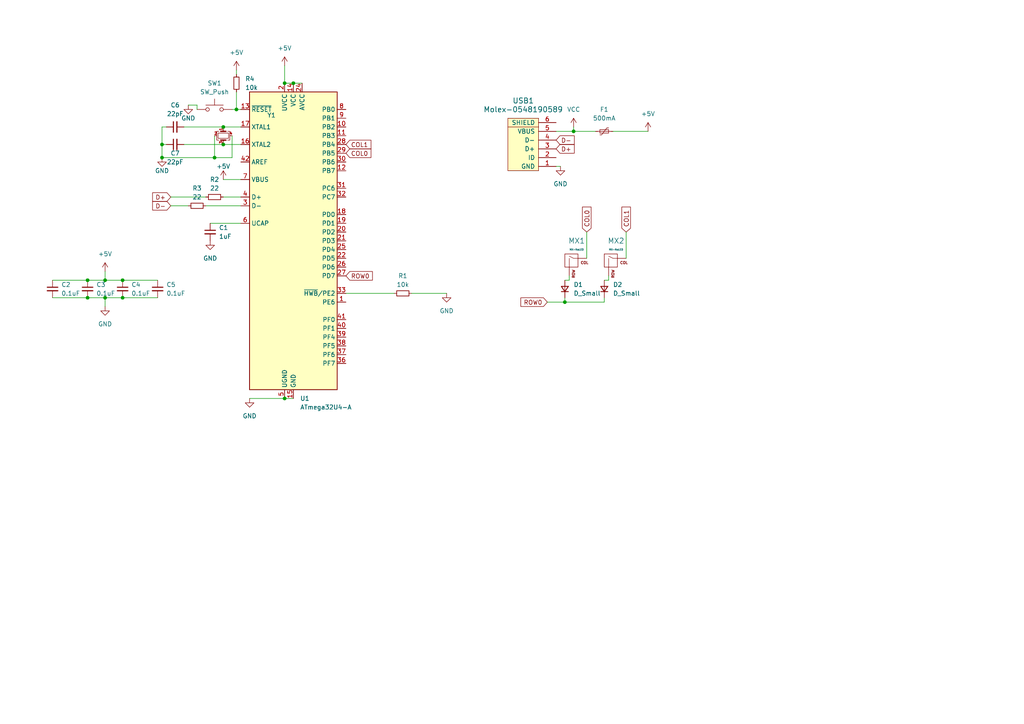
<source format=kicad_sch>
(kicad_sch (version 20230121) (generator eeschema)
  (paper "A4")
  (lib_symbols
    (symbol "Device:C_Small" (pin_numbers hide) (pin_names (offset 0.254) hide)
      (property "Reference" "C" (at 0.254 1.778 0))
      (property "Value" "C_Small" (at 0.254 -2.032 0))
      (symbol "C_Small_0_1"
        (polyline (pts (xy -1.524 -0.508) (xy 1.524 -0.508)) (stroke (width 0.3302)))
        (polyline (pts (xy -1.524 0.508) (xy 1.524 0.508)) (stroke (width 0.3048)))
      )
      (symbol "C_Small_1_1"
        (pin passive line (at 0 2.54 270) (length 2.032) (name "~") (number "1"))
        (pin passive line (at 0 -2.54 90) (length 2.032) (name "~") (number "2"))
      )
    )
    (symbol "Device:Crystal_GND24_Small" (pin_names (offset 1.016) hide)
      (property "Reference" "Y" (at 1.27 4.445 0))
      (property "Value" "Crystal_GND24_Small" (at 1.27 2.54 0))
      (symbol "Crystal_GND24_Small_0_1"
        (rectangle (start -0.762 -1.524) (end 0.762 1.524))
        (polyline (pts (xy -1.27 -0.762) (xy -1.27 0.762)) (stroke (width 0.381)))
        (polyline (pts (xy 1.27 -0.762) (xy 1.27 0.762)) (stroke (width 0.381)))
        (polyline (pts (xy -1.27 -1.27) (xy -1.27 -1.905) (xy 1.27 -1.905) (xy 1.27 -1.27)))
        (polyline (pts (xy -1.27 1.27) (xy -1.27 1.905) (xy 1.27 1.905) (xy 1.27 1.27)))
      )
      (symbol "Crystal_GND24_Small_1_1"
        (pin passive line (at -2.54 0 0) (length 1.27) (name "1") (number "1"))
        (pin passive line (at 0 -2.54 90) (length 0.635) (name "2") (number "2"))
        (pin passive line (at 2.54 0 180) (length 1.27) (name "3") (number "3"))
        (pin passive line (at 0 2.54 270) (length 0.635) (name "4") (number "4"))
      )
    )
    (symbol "Device:D_Small" (pin_numbers hide) (pin_names (offset 0.254) hide)
      (property "Reference" "D" (at -1.27 2.032 0))
      (property "Value" "D_Small" (at -3.81 -2.032 0))
      (symbol "D_Small_0_1"
        (polyline (pts (xy -0.762 -1.016) (xy -0.762 1.016)) (stroke (width 0.254)))
        (polyline (pts (xy -0.762 0) (xy 0.762 0)))
        (polyline (pts (xy 0.762 -1.016) (xy -0.762 0) (xy 0.762 1.016) (xy 0.762 -1.016)) (stroke (width 0.254)))
      )
      (symbol "D_Small_1_1"
        (pin passive line (at -2.54 0 0) (length 1.778) (name "K") (number "1"))
        (pin passive line (at 2.54 0 180) (length 1.778) (name "A") (number "2"))
      )
    )
    (symbol "Device:Polyfuse_Small" (pin_numbers hide) (pin_names (offset 0))
      (property "Reference" "F" (at -1.905 0 90))
      (property "Value" "Polyfuse_Small" (at 1.905 0 90))
      (symbol "Polyfuse_Small_0_1"
        (rectangle (start -0.508 1.27) (end 0.508 -1.27))
        (polyline (pts (xy 0 2.54) (xy 0 -2.54)))
        (polyline (pts (xy -1.016 1.27) (xy -1.016 0.762) (xy 1.016 -0.762) (xy 1.016 -1.27)))
      )
      (symbol "Polyfuse_Small_1_1"
        (pin passive line (at 0 2.54 270) (length 0.635) (name "~") (number "1"))
        (pin passive line (at 0 -2.54 90) (length 0.635) (name "~") (number "2"))
      )
    )
    (symbol "Device:R_Small" (pin_numbers hide) (pin_names (offset 0.254) hide)
      (property "Reference" "R" (at 0.762 0.508 0))
      (property "Value" "R_Small" (at 0.762 -1.016 0))
      (symbol "R_Small_0_1"
        (rectangle (start -0.762 1.778) (end 0.762 -1.778) (stroke (width 0.2032)))
      )
      (symbol "R_Small_1_1"
        (pin passive line (at 0 2.54 270) (length 0.762) (name "~") (number "1"))
        (pin passive line (at 0 -2.54 90) (length 0.762) (name "~") (number "2"))
      )
    )
    (symbol "MCU_Microchip_ATmega:ATmega32U4-A"
      (property "Reference" "U" (at -12.7 44.45 0))
      (property "Value" "ATmega32U4-A" (at 2.54 -44.45 0))
      (symbol "ATmega32U4-A_0_1"
        (rectangle (start -12.7 -43.18) (end 12.7 43.18) (stroke (width 0.254)) (fill (type background)))
      )
      (symbol "ATmega32U4-A_1_1"
        (pin bidirectional line (at 15.24 -17.78 180) (length 2.54) (name "PE6") (number "1"))
        (pin bidirectional line (at 15.24 33.02 180) (length 2.54) (name "PB2") (number "10"))
        (pin bidirectional line (at 15.24 30.48 180) (length 2.54) (name "PB3") (number "11"))
        (pin bidirectional line (at 15.24 20.32 180) (length 2.54) (name "PB7") (number "12"))
        (pin input line (at -15.24 38.1 0) (length 2.54) (name "~{RESET}") (number "13"))
        (pin power_in line (at 0 45.72 270) (length 2.54) (name "VCC") (number "14"))
        (pin power_in line (at 0 -45.72 90) (length 2.54) (name "GND") (number "15"))
        (pin output line (at -15.24 27.94 0) (length 2.54) (name "XTAL2") (number "16"))
        (pin input line (at -15.24 33.02 0) (length 2.54) (name "XTAL1") (number "17"))
        (pin bidirectional line (at 15.24 7.62 180) (length 2.54) (name "PD0") (number "18"))
        (pin bidirectional line (at 15.24 5.08 180) (length 2.54) (name "PD1") (number "19"))
        (pin power_in line (at -2.54 45.72 270) (length 2.54) (name "UVCC") (number "2"))
        (pin bidirectional line (at 15.24 2.54 180) (length 2.54) (name "PD2") (number "20"))
        (pin bidirectional line (at 15.24 0 180) (length 2.54) (name "PD3") (number "21"))
        (pin bidirectional line (at 15.24 -5.08 180) (length 2.54) (name "PD5") (number "22"))
        (pin passive line (at 0 -45.72 90) (length 2.54) hide (name "GND") (number "23"))
        (pin power_in line (at 2.54 45.72 270) (length 2.54) (name "AVCC") (number "24"))
        (pin bidirectional line (at 15.24 -2.54 180) (length 2.54) (name "PD4") (number "25"))
        (pin bidirectional line (at 15.24 -7.62 180) (length 2.54) (name "PD6") (number "26"))
        (pin bidirectional line (at 15.24 -10.16 180) (length 2.54) (name "PD7") (number "27"))
        (pin bidirectional line (at 15.24 27.94 180) (length 2.54) (name "PB4") (number "28"))
        (pin bidirectional line (at 15.24 25.4 180) (length 2.54) (name "PB5") (number "29"))
        (pin bidirectional line (at -15.24 10.16 0) (length 2.54) (name "D-") (number "3"))
        (pin bidirectional line (at 15.24 22.86 180) (length 2.54) (name "PB6") (number "30"))
        (pin bidirectional line (at 15.24 15.24 180) (length 2.54) (name "PC6") (number "31"))
        (pin bidirectional line (at 15.24 12.7 180) (length 2.54) (name "PC7") (number "32"))
        (pin bidirectional line (at 15.24 -15.24 180) (length 2.54) (name "~{HWB}/PE2") (number "33"))
        (pin passive line (at 0 45.72 270) (length 2.54) hide (name "VCC") (number "34"))
        (pin passive line (at 0 -45.72 90) (length 2.54) hide (name "GND") (number "35"))
        (pin bidirectional line (at 15.24 -35.56 180) (length 2.54) (name "PF7") (number "36"))
        (pin bidirectional line (at 15.24 -33.02 180) (length 2.54) (name "PF6") (number "37"))
        (pin bidirectional line (at 15.24 -30.48 180) (length 2.54) (name "PF5") (number "38"))
        (pin bidirectional line (at 15.24 -27.94 180) (length 2.54) (name "PF4") (number "39"))
        (pin bidirectional line (at -15.24 12.7 0) (length 2.54) (name "D+") (number "4"))
        (pin bidirectional line (at 15.24 -25.4 180) (length 2.54) (name "PF1") (number "40"))
        (pin bidirectional line (at 15.24 -22.86 180) (length 2.54) (name "PF0") (number "41"))
        (pin passive line (at -15.24 22.86 0) (length 2.54) (name "AREF") (number "42"))
        (pin passive line (at 0 -45.72 90) (length 2.54) hide (name "GND") (number "43"))
        (pin passive line (at 2.54 45.72 270) (length 2.54) hide (name "AVCC") (number "44"))
        (pin passive line (at -2.54 -45.72 90) (length 2.54) (name "UGND") (number "5"))
        (pin passive line (at -15.24 5.08 0) (length 2.54) (name "UCAP") (number "6"))
        (pin input line (at -15.24 17.78 0) (length 2.54) (name "VBUS") (number "7"))
        (pin bidirectional line (at 15.24 38.1 180) (length 2.54) (name "PB0") (number "8"))
        (pin bidirectional line (at 15.24 35.56 180) (length 2.54) (name "PB1") (number "9"))
      )
    )
    (symbol "MX_Alps_Hybrid:MX-NoLED" (pin_names (offset 1.016))
      (property "Reference" "MX" (at -0.635 3.81 0))
      (property "Value" "MX-NoLED" (at -0.635 1.27 0))
      (symbol "MX-NoLED_0_0"
        (rectangle (start -2.54 2.54) (end 1.27 -1.27))
        (polyline (pts (xy -1.27 -1.27) (xy -1.27 1.27)) (stroke (width 0.127)))
        (polyline (pts (xy 1.27 1.27) (xy 0 1.27) (xy -1.27 1.905)) (stroke (width 0.127)))
        (text "COL" (at 3.175 0 0) (effects (font (size 0.762 0.762))))
        (text "ROW" (at 0 -1.905 900) (effects (font (size 0.762 0.762)) (justify right)))
      )
      (symbol "MX-NoLED_1_1"
        (pin passive line (at 3.81 1.27 180) (length 2.54) (name "COL") (number "1"))
        (pin passive line (at -1.27 -3.81 90) (length 2.54) (name "ROW") (number "2"))
      )
    )
    (symbol "Switch:SW_Push" (pin_numbers hide) (pin_names (offset 1.016) hide)
      (property "Reference" "SW" (at 1.27 2.54 0))
      (property "Value" "SW_Push" (at 0 -1.524 0))
      (symbol "SW_Push_0_1"
        (circle (center -2.032 0) (radius 0.508))
        (polyline (pts (xy 0 1.27) (xy 0 3.048)))
        (polyline (pts (xy 2.54 1.27) (xy -2.54 1.27)))
        (circle (center 2.032 0) (radius 0.508))
        (pin passive line (at -5.08 0 0) (length 2.54) (name "1") (number "1"))
        (pin passive line (at 5.08 0 180) (length 2.54) (name "2") (number "2"))
      )
    )
    (symbol "power:+5V" (power) (pin_names (offset 0))
      (property "Value" "+5V" (at 0 3.556 0))
      (symbol "+5V_0_1"
        (polyline (pts (xy -0.762 1.27) (xy 0 2.54)))
        (polyline (pts (xy 0 0) (xy 0 2.54)))
        (polyline (pts (xy 0 2.54) (xy 0.762 1.27)))
      )
      (symbol "+5V_1_1"
        (pin power_in line (at 0 0 90) (length 0) hide (name "+5V") (number "1"))
      )
    )
    (symbol "power:GND" (power) (pin_names (offset 0))
      (property "Value" "GND" (at 0 -3.81 0))
      (symbol "GND_0_1"
        (polyline (pts (xy 0 0) (xy 0 -1.27) (xy 1.27 -1.27) (xy 0 -2.54) (xy -1.27 -1.27) (xy 0 -1.27)))
      )
      (symbol "GND_1_1"
        (pin power_in line (at 0 0 270) (length 0) hide (name "GND") (number "1"))
      )
    )
    (symbol "power:VCC" (power) (pin_names (offset 0))
      (property "Value" "VCC" (at 0 3.81 0))
      (symbol "VCC_0_1"
        (polyline (pts (xy -0.762 1.27) (xy 0 2.54)))
        (polyline (pts (xy 0 0) (xy 0 2.54)))
        (polyline (pts (xy 0 2.54) (xy 0.762 1.27)))
      )
      (symbol "VCC_1_1"
        (pin power_in line (at 0 0 90) (length 0) hide (name "VCC") (number "1"))
      )
    )
    (symbol "random-keyboard-parts:Molex-0548190589" (pin_names (offset 1.016))
      (property "Reference" "USB" (at 0 7.62 0))
      (property "Value" "Molex-0548190589" (at 0 10.16 0))
      (symbol "Molex-0548190589_0_0"
        (polyline (pts (xy 6.35 -2.54) (xy 6.35 6.35)))
        (rectangle (start 8.89 -2.54) (end -6.35 6.35) (fill (type background)))
      )
      (symbol "Molex-0548190589_1_1"
        (pin input line (at -5.08 -7.62 90) (length 5.08) (name "GND") (number "1"))
        (pin input line (at -2.54 -7.62 90) (length 5.08) (name "ID") (number "2"))
        (pin input line (at 0 -7.62 90) (length 5.08) (name "D+") (number "3"))
        (pin input line (at 2.54 -7.62 90) (length 5.08) (name "D-") (number "4"))
        (pin input line (at 5.08 -7.62 90) (length 5.08) (name "VBUS") (number "5"))
        (pin input line (at 7.62 -7.62 90) (length 5.08) (name "SHIELD") (number "6"))
      )
    )
  )
  (junction (at 166.37 38.1))
  (junction (at 25.4 86.36))
  (junction (at 82.55 115.57))
  (junction (at 25.4 81.28))
  (junction (at 62.23 45.72))
  (junction (at 64.77 36.83))
  (junction (at 85.09 24.13))
  (junction (at 68.58 31.75))
  (junction (at 82.55 24.13))
  (junction (at 64.77 41.91))
  (junction (at 30.48 81.28))
  (junction (at 30.48 86.36))
  (junction (at 35.56 81.28))
  (junction (at 35.56 86.36))
  (junction (at 46.99 45.72))
  (junction (at 163.83 87.63))
  (junction (at 46.99 41.91))
  (wire (pts (xy 53.34 41.91) (xy 64.77 41.91)))
  (wire (pts (xy 48.26 36.83) (xy 46.99 36.83)))
  (wire (pts (xy 161.29 38.1) (xy 166.37 38.1)))
  (wire (pts (xy 166.37 36.83) (xy 166.37 38.1)))
  (wire (pts (xy 170.18 67.31) (xy 170.18 74.93)))
  (wire (pts (xy 68.58 26.67) (xy 68.58 31.75)))
  (wire (pts (xy 85.09 24.13) (xy 87.63 24.13)))
  (wire (pts (xy 64.77 57.15) (xy 69.85 57.15)))
  (wire (pts (xy 30.48 78.74) (xy 30.48 81.28)))
  (wire (pts (xy 54.61 30.48) (xy 57.15 30.48)))
  (wire (pts (xy 60.96 64.77) (xy 69.85 64.77)))
  (wire (pts (xy 15.24 81.28) (xy 25.4 81.28)))
  (wire (pts (xy 57.15 30.48) (xy 57.15 31.75)))
  (wire (pts (xy 49.53 59.69) (xy 54.61 59.69)))
  (wire (pts (xy 177.8 38.1) (xy 187.96 38.1)))
  (wire (pts (xy 68.58 31.75) (xy 69.85 31.75)))
  (wire (pts (xy 35.56 81.28) (xy 45.72 81.28)))
  (wire (pts (xy 82.55 115.57) (xy 85.09 115.57)))
  (wire (pts (xy 15.24 86.36) (xy 25.4 86.36)))
  (wire (pts (xy 59.69 59.69) (xy 69.85 59.69)))
  (wire (pts (xy 176.53 80.01) (xy 176.53 81.28)))
  (wire (pts (xy 30.48 86.36) (xy 35.56 86.36)))
  (wire (pts (xy 46.99 45.72) (xy 62.23 45.72)))
  (wire (pts (xy 46.99 41.91) (xy 46.99 45.72)))
  (wire (pts (xy 53.34 36.83) (xy 64.77 36.83)))
  (wire (pts (xy 30.48 86.36) (xy 30.48 88.9)))
  (wire (pts (xy 68.58 20.32) (xy 68.58 21.59)))
  (wire (pts (xy 46.99 36.83) (xy 46.99 41.91)))
  (wire (pts (xy 72.39 115.57) (xy 82.55 115.57)))
  (wire (pts (xy 181.61 67.31) (xy 181.61 74.93)))
  (wire (pts (xy 100.33 85.09) (xy 114.3 85.09)))
  (wire (pts (xy 64.77 36.83) (xy 69.85 36.83)))
  (wire (pts (xy 64.77 52.07) (xy 69.85 52.07)))
  (wire (pts (xy 82.55 24.13) (xy 85.09 24.13)))
  (wire (pts (xy 163.83 87.63) (xy 175.26 87.63)))
  (wire (pts (xy 163.83 86.36) (xy 163.83 87.63)))
  (wire (pts (xy 82.55 19.05) (xy 82.55 24.13)))
  (wire (pts (xy 35.56 86.36) (xy 45.72 86.36)))
  (wire (pts (xy 25.4 86.36) (xy 30.48 86.36)))
  (wire (pts (xy 67.31 45.72) (xy 67.31 39.37)))
  (wire (pts (xy 158.75 87.63) (xy 163.83 87.63)))
  (wire (pts (xy 165.1 80.01) (xy 165.1 81.28)))
  (wire (pts (xy 67.31 31.75) (xy 68.58 31.75)))
  (wire (pts (xy 64.77 41.91) (xy 69.85 41.91)))
  (wire (pts (xy 62.23 39.37) (xy 62.23 45.72)))
  (wire (pts (xy 30.48 81.28) (xy 35.56 81.28)))
  (wire (pts (xy 163.83 81.28) (xy 165.1 81.28)))
  (wire (pts (xy 175.26 81.28) (xy 176.53 81.28)))
  (wire (pts (xy 161.29 48.26) (xy 162.56 48.26)))
  (wire (pts (xy 62.23 45.72) (xy 67.31 45.72)))
  (wire (pts (xy 119.38 85.09) (xy 129.54 85.09)))
  (wire (pts (xy 46.99 41.91) (xy 48.26 41.91)))
  (wire (pts (xy 166.37 38.1) (xy 172.72 38.1)))
  (wire (pts (xy 25.4 81.28) (xy 30.48 81.28)))
  (wire (pts (xy 175.26 86.36) (xy 175.26 87.63)))
  (wire (pts (xy 49.53 57.15) (xy 59.69 57.15)))
  (global_label "D+" (shape input) (at 161.29 43.18 0) (property "Intersheetrefs" "${INTERSHEET_REFS}" (effects hide)))
  (global_label "ROW0" (shape input) (at 100.33 80.01 0) (property "Intersheetrefs" "${INTERSHEET_REFS}" (effects hide)))
  (global_label "D-" (shape input) (at 161.29 40.64 0) (property "Intersheetrefs" "${INTERSHEET_REFS}" (effects hide)))
  (global_label "ROW0" (shape input) (at 158.75 87.63 180) (property "Intersheetrefs" "${INTERSHEET_REFS}" (effects hide)))
  (global_label "COL1" (shape input) (at 181.61 67.31 90) (property "Intersheetrefs" "${INTERSHEET_REFS}" (effects hide)))
  (global_label "COL0" (shape input) (at 100.33 44.45 0) (property "Intersheetrefs" "${INTERSHEET_REFS}" (effects hide)))
  (global_label "D-" (shape input) (at 49.53 59.69 180) (property "Intersheetrefs" "${INTERSHEET_REFS}" (effects hide)))
  (global_label "COL1" (shape input) (at 100.33 41.91 0) (property "Intersheetrefs" "${INTERSHEET_REFS}" (effects hide)))
  (global_label "COL0" (shape input) (at 170.18 67.31 90) (property "Intersheetrefs" "${INTERSHEET_REFS}" (effects hide)))
  (global_label "D+" (shape input) (at 49.53 57.15 180) (property "Intersheetrefs" "${INTERSHEET_REFS}" (effects hide)))
  (symbol (lib_id "Device:D_Small") (at 163.83 83.82 90) (unit 1)
    (property "Reference" "D1" (at 166.37 82.55 90) (effects (justify right)))
    (property "Value" "D_Small" (at 166.37 85.09 90) (effects (justify right)))
    (property "Footprint" "Diode_SMD:D_SOD-123" (effects hide))
    (property "Sim.Device" "D" (effects hide))
    (property "Sim.Pins" "1=K 2=A" (effects hide))
  )
  (symbol (lib_id "power:GND") (at 46.99 45.72 0) (unit 1)
    (property "Reference" "#PWR08" (effects hide))
    (property "Value" "GND" (at 46.99 49.53 0))
  )
  (symbol (lib_id "power:GND") (at 162.56 48.26 0) (unit 1)
    (property "Reference" "#PWR013" (effects hide))
    (property "Value" "GND" (at 162.56 53.34 0))
  )
  (symbol (lib_id "Device:C_Small") (at 35.56 83.82 0) (unit 1)
    (property "Reference" "C4" (at 38.1 82.5563 0) (effects (justify left)))
    (property "Value" "0.1uF" (at 38.1 85.0963 0) (effects (justify left)))
    (property "Footprint" "Capacitor_SMD:C_0805_2012Metric" (effects hide))
  )
  (symbol (lib_id "MCU_Microchip_ATmega:ATmega32U4-A") (at 85.09 69.85 0) (unit 1)
    (property "Reference" "U1" (at 87.0459 115.57 0) (effects (justify left)))
    (property "Value" "ATmega32U4-A" (at 87.0459 118.11 0) (effects (justify left)))
    (property "Footprint" "Package_QFP:TQFP-44_10x10mm_P0.8mm" (effects hide))
    (property "Datasheet" "http://ww1.microchip.com/downloads/en/DeviceDoc/Atmel-7766-8-bit-AVR-ATmega16U4-32U4_Datasheet.pdf" (effects hide))
  )
  (symbol (lib_id "Device:C_Small") (at 15.24 83.82 0) (unit 1)
    (property "Reference" "C2" (at 17.78 82.5563 0) (effects (justify left)))
    (property "Value" "0.1uF" (at 17.78 85.0963 0) (effects (justify left)))
    (property "Footprint" "Capacitor_SMD:C_0805_2012Metric" (effects hide))
  )
  (symbol (lib_id "Device:R_Small") (at 116.84 85.09 90) (unit 1)
    (property "Reference" "R1" (at 116.84 80.01 90))
    (property "Value" "10k" (at 116.84 82.55 90))
    (property "Footprint" "Resistor_SMD:R_0805_2012Metric" (effects hide))
  )
  (symbol (lib_id "power:+5V") (at 68.58 20.32 0) (unit 1)
    (property "Reference" "#PWR010" (effects hide))
    (property "Value" "+5V" (at 68.58 15.24 0))
  )
  (symbol (lib_id "MX_Alps_Hybrid:MX-NoLED") (at 166.37 76.2 0) (unit 1)
    (property "Reference" "MX1" (at 167.2532 69.85 0) (effects (font (size 1.524 1.524))))
    (property "Value" "MX-NoLED" (at 167.2532 72.39 0) (effects (font (size 0.508 0.508))))
    (property "Footprint" "MX_Alps_Hybrid:MX-1U-NoLED" (effects hide))
  )
  (symbol (lib_id "random-keyboard-parts:Molex-0548190589") (at 153.67 43.18 90) (unit 1)
    (property "Reference" "USB1" (at 151.765 29.21 90) (effects (font (size 1.524 1.524))))
    (property "Value" "Molex-0548190589" (at 151.765 31.75 90) (effects (font (size 1.524 1.524))))
    (property "Footprint" "random-keyboard-parts:Molex-0548190589" (effects hide))
  )
  (symbol (lib_id "power:+5V") (at 187.96 38.1 0) (unit 1)
    (property "Reference" "#PWR011" (effects hide))
    (property "Value" "+5V" (at 187.96 33.02 0))
  )
  (symbol (lib_id "power:GND") (at 129.54 85.09 0) (unit 1)
    (property "Reference" "#PWR03" (effects hide))
    (property "Value" "GND" (at 129.54 90.17 0))
  )
  (symbol (lib_id "power:GND") (at 30.48 88.9 0) (unit 1)
    (property "Reference" "#PWR05" (effects hide))
    (property "Value" "GND" (at 30.48 93.98 0))
  )
  (symbol (lib_id "Device:C_Small") (at 25.4 83.82 0) (unit 1)
    (property "Reference" "C3" (at 27.94 82.5563 0) (effects (justify left)))
    (property "Value" "0.1uF" (at 27.94 85.0963 0) (effects (justify left)))
    (property "Footprint" "Capacitor_SMD:C_0805_2012Metric" (effects hide))
  )
  (symbol (lib_id "power:+5V") (at 30.48 78.74 0) (unit 1)
    (property "Reference" "#PWR06" (effects hide))
    (property "Value" "+5V" (at 30.48 73.66 0))
  )
  (symbol (lib_id "Device:C_Small") (at 45.72 83.82 0) (unit 1)
    (property "Reference" "C5" (at 48.26 82.5563 0) (effects (justify left)))
    (property "Value" "0.1uF" (at 48.26 85.0963 0) (effects (justify left)))
    (property "Footprint" "Capacitor_SMD:C_0805_2012Metric" (effects hide))
  )
  (symbol (lib_id "power:GND") (at 72.39 115.57 0) (unit 1)
    (property "Reference" "#PWR02" (effects hide))
    (property "Value" "GND" (at 72.39 120.65 0))
  )
  (symbol (lib_id "Device:R_Small") (at 57.15 59.69 90) (unit 1)
    (property "Reference" "R3" (at 57.15 54.61 90))
    (property "Value" "22" (at 57.15 57.15 90))
    (property "Footprint" "Resistor_SMD:R_0805_2012Metric" (effects hide))
  )
  (symbol (lib_id "Device:Crystal_GND24_Small") (at 64.77 39.37 270) (unit 1)
    (property "Reference" "Y1" (at 78.74 33.4263 90))
    (property "Value" "Crystal_GND24_Small" (effects hide))
    (property "Footprint" "Crystal:Crystal_SMD_3225-4Pin_3.2x2.5mm" (effects hide))
  )
  (symbol (lib_id "Switch:SW_Push") (at 62.23 31.75 0) (unit 1)
    (property "Reference" "SW1" (at 62.23 24.13 0))
    (property "Value" "SW_Push" (at 62.23 26.67 0))
    (property "Footprint" "random-keyboard-parts:SKQG-1155865" (effects hide))
  )
  (symbol (lib_id "power:GND") (at 60.96 69.85 0) (unit 1)
    (property "Reference" "#PWR04" (effects hide))
    (property "Value" "GND" (at 60.96 74.93 0))
  )
  (symbol (lib_id "power:GND") (at 54.61 30.48 0) (unit 1)
    (property "Reference" "#PWR09" (effects hide))
    (property "Value" "GND" (at 54.61 34.29 0))
  )
  (symbol (lib_id "Device:D_Small") (at 175.26 83.82 90) (unit 1)
    (property "Reference" "D2" (at 177.8 82.55 90) (effects (justify right)))
    (property "Value" "D_Small" (at 177.8 85.09 90) (effects (justify right)))
    (property "Footprint" "Diode_SMD:D_SOD-123" (effects hide))
    (property "Sim.Device" "D" (effects hide))
    (property "Sim.Pins" "1=K 2=A" (effects hide))
  )
  (symbol (lib_id "MX_Alps_Hybrid:MX-NoLED") (at 177.8 76.2 0) (unit 1)
    (property "Reference" "MX2" (at 178.6832 69.85 0) (effects (font (size 1.524 1.524))))
    (property "Value" "MX-NoLED" (at 178.6832 72.39 0) (effects (font (size 0.508 0.508))))
    (property "Footprint" "MX_Alps_Hybrid:MX-1U-NoLED" (effects hide))
  )
  (symbol (lib_id "power:+5V") (at 64.77 52.07 0) (unit 1)
    (property "Reference" "#PWR07" (effects hide))
    (property "Value" "+5V" (at 64.77 48.26 0))
  )
  (symbol (lib_id "power:VCC") (at 166.37 36.83 0) (unit 1)
    (property "Reference" "#PWR012" (effects hide))
    (property "Value" "VCC" (at 166.37 31.75 0))
  )
  (symbol (lib_id "power:+5V") (at 82.55 19.05 0) (unit 1)
    (property "Reference" "#PWR01" (effects hide))
    (property "Value" "+5V" (at 82.55 13.97 0))
  )
  (symbol (lib_id "Device:C_Small") (at 50.8 36.83 90) (unit 1)
    (property "Reference" "C6" (at 50.8063 30.48 90))
    (property "Value" "22pF" (at 50.8063 33.02 90))
    (property "Footprint" "Capacitor_SMD:C_0805_2012Metric" (effects hide))
  )
  (symbol (lib_id "Device:C_Small") (at 50.8 41.91 90) (unit 1)
    (property "Reference" "C7" (at 50.8 44.45 90))
    (property "Value" "22pF" (at 50.8 46.99 90))
    (property "Footprint" "Capacitor_SMD:C_0805_2012Metric" (effects hide))
  )
  (symbol (lib_id "Device:R_Small") (at 68.58 24.13 180) (unit 1)
    (property "Reference" "R4" (at 71.12 22.86 0) (effects (justify right)))
    (property "Value" "10k" (at 71.12 25.4 0) (effects (justify right)))
    (property "Footprint" "Resistor_SMD:R_0805_2012Metric" (effects hide))
  )
  (symbol (lib_id "Device:Polyfuse_Small") (at 175.26 38.1 90) (unit 1)
    (property "Reference" "F1" (at 175.26 31.75 90))
    (property "Value" "500mA" (at 175.26 34.29 90))
    (property "Footprint" "Fuse:Fuse_1206_3216Metric" (effects hide))
  )
  (symbol (lib_id "Device:C_Small") (at 60.96 67.31 0) (unit 1)
    (property "Reference" "C1" (at 63.5 66.0463 0) (effects (justify left)))
    (property "Value" "1uF" (at 63.5 68.5863 0) (effects (justify left)))
    (property "Footprint" "Capacitor_SMD:C_0805_2012Metric" (effects hide))
  )
  (symbol (lib_id "Device:R_Small") (at 62.23 57.15 90) (unit 1)
    (property "Reference" "R2" (at 62.23 52.07 90))
    (property "Value" "22" (at 62.23 54.61 90))
    (property "Footprint" "Resistor_SMD:R_0805_2012Metric" (effects hide))
  )
)
</source>
